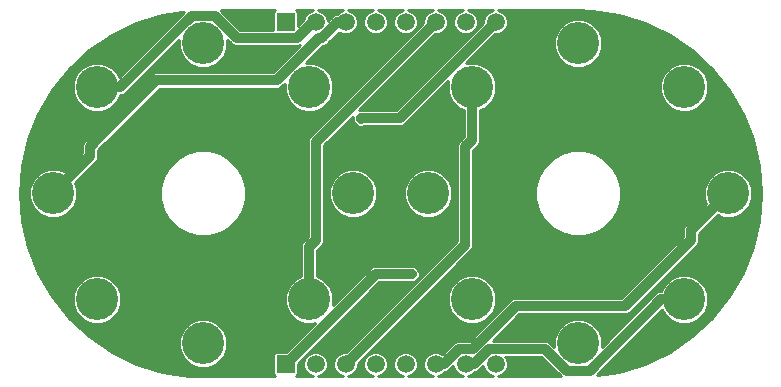
<source format=gbl>
G75*
%MOIN*%
%OFA0B0*%
%FSLAX25Y25*%
%IPPOS*%
%LPD*%
%AMOC8*
5,1,8,0,0,1.08239X$1,22.5*
%
%ADD10R,0.05900X0.05900*%
%ADD11C,0.05900*%
%ADD12C,0.14000*%
%ADD13C,0.03200*%
%ADD14C,0.03200*%
%ADD15C,0.01000*%
D10*
X0091500Y0007000D03*
X0091500Y0121000D03*
D11*
X0101500Y0121000D03*
X0111500Y0121000D03*
X0121500Y0121000D03*
X0131500Y0121000D03*
X0141500Y0121000D03*
X0151500Y0121000D03*
X0161500Y0121000D03*
X0161500Y0007000D03*
X0151500Y0007000D03*
X0141500Y0007000D03*
X0131500Y0007000D03*
X0121500Y0007000D03*
X0111500Y0007000D03*
X0101500Y0007000D03*
D12*
X0064000Y0014000D03*
X0028645Y0028645D03*
X0014000Y0064000D03*
X0028645Y0099355D03*
X0064000Y0114000D03*
X0099355Y0099355D03*
X0153645Y0099355D03*
X0189000Y0114000D03*
X0224355Y0099355D03*
X0239000Y0064000D03*
X0224355Y0028645D03*
X0189000Y0014000D03*
X0153645Y0028645D03*
X0099355Y0028645D03*
X0114000Y0064000D03*
X0139000Y0064000D03*
D13*
X0151395Y0079577D02*
X0151395Y0046895D01*
X0111500Y0007000D01*
X0091500Y0007000D02*
X0121500Y0037000D01*
X0133500Y0037000D01*
X0101605Y0048423D02*
X0101605Y0081105D01*
X0141500Y0121000D01*
X0161500Y0121000D02*
X0129500Y0089000D01*
X0116500Y0089000D01*
X0116687Y0088813D01*
X0102735Y0115850D02*
X0088490Y0101605D01*
X0048423Y0101605D01*
X0026395Y0079577D01*
X0026395Y0076395D01*
X0014000Y0064000D01*
X0028645Y0099355D02*
X0036345Y0099355D01*
X0060189Y0123200D01*
X0067811Y0123200D01*
X0075161Y0115850D01*
X0095361Y0115850D01*
X0100511Y0121000D01*
X0101500Y0121000D01*
X0103633Y0115850D02*
X0108783Y0121000D01*
X0111500Y0121000D01*
X0103633Y0115850D02*
X0102735Y0115850D01*
X0153645Y0099355D02*
X0153645Y0081826D01*
X0151395Y0079577D01*
X0101605Y0048423D02*
X0099355Y0046174D01*
X0099355Y0028645D01*
X0141500Y0007000D02*
X0144217Y0007000D01*
X0149367Y0012150D01*
X0153993Y0012150D01*
X0168238Y0026395D01*
X0204577Y0026395D01*
X0226605Y0048423D01*
X0226605Y0051605D01*
X0239000Y0064000D01*
X0224355Y0028645D02*
X0216655Y0028645D01*
X0192811Y0004800D01*
X0185189Y0004800D01*
X0177839Y0012150D01*
X0159367Y0012150D01*
X0154217Y0007000D01*
X0151500Y0007000D01*
D14*
X0133500Y0037000D03*
X0116687Y0088813D03*
D15*
X0055900Y0014481D02*
X0028648Y0014481D01*
X0027183Y0015479D02*
X0055900Y0015479D01*
X0055900Y0015611D02*
X0055900Y0012389D01*
X0057133Y0009412D01*
X0059412Y0007133D01*
X0062389Y0005900D01*
X0065611Y0005900D01*
X0068588Y0007133D01*
X0070867Y0009412D01*
X0072100Y0012389D01*
X0072100Y0015611D01*
X0070867Y0018588D01*
X0068588Y0020867D01*
X0065611Y0022100D01*
X0062389Y0022100D01*
X0059412Y0020867D01*
X0057133Y0018588D01*
X0055900Y0015611D01*
X0056259Y0016478D02*
X0025785Y0016478D01*
X0025967Y0016308D02*
X0019284Y0022509D01*
X0013599Y0029637D01*
X0009041Y0037533D01*
X0005710Y0046020D01*
X0003681Y0054908D01*
X0003000Y0064000D01*
X0003681Y0073092D01*
X0005710Y0081980D01*
X0009041Y0090467D01*
X0013599Y0098363D01*
X0019284Y0105491D01*
X0025967Y0111692D01*
X0033500Y0116828D01*
X0041714Y0120783D01*
X0050426Y0123471D01*
X0057745Y0124574D01*
X0035981Y0102810D01*
X0035512Y0103944D01*
X0033233Y0106222D01*
X0030256Y0107455D01*
X0027034Y0107455D01*
X0024056Y0106222D01*
X0021778Y0103944D01*
X0020545Y0100967D01*
X0020545Y0097744D01*
X0021778Y0094767D01*
X0024056Y0092488D01*
X0027034Y0091255D01*
X0030256Y0091255D01*
X0033233Y0092488D01*
X0035512Y0094767D01*
X0036294Y0096655D01*
X0036882Y0096655D01*
X0037874Y0097066D01*
X0055900Y0115092D01*
X0055900Y0112389D01*
X0057133Y0109412D01*
X0059412Y0107133D01*
X0062389Y0105900D01*
X0065611Y0105900D01*
X0068588Y0107133D01*
X0070867Y0109412D01*
X0072100Y0112389D01*
X0072100Y0115092D01*
X0072872Y0114321D01*
X0072872Y0114321D01*
X0073631Y0113561D01*
X0074624Y0113150D01*
X0095898Y0113150D01*
X0096442Y0113375D01*
X0087372Y0104305D01*
X0047886Y0104305D01*
X0046894Y0103894D01*
X0046135Y0103134D01*
X0024866Y0081865D01*
X0024106Y0081106D01*
X0023695Y0080114D01*
X0023695Y0077513D01*
X0017499Y0071318D01*
X0015611Y0072100D01*
X0012389Y0072100D01*
X0009412Y0070867D01*
X0007133Y0068588D01*
X0005900Y0065611D01*
X0005900Y0062389D01*
X0007133Y0059412D01*
X0009412Y0057133D01*
X0012389Y0055900D01*
X0015611Y0055900D01*
X0018588Y0057133D01*
X0020867Y0059412D01*
X0022100Y0062389D01*
X0022100Y0065611D01*
X0021318Y0067499D01*
X0028684Y0074866D01*
X0029095Y0075858D01*
X0029095Y0078458D01*
X0049542Y0098905D01*
X0089027Y0098905D01*
X0090020Y0099316D01*
X0090779Y0100076D01*
X0091255Y0100552D01*
X0091255Y0097744D01*
X0092488Y0094767D01*
X0094767Y0092488D01*
X0097744Y0091255D01*
X0100966Y0091255D01*
X0103944Y0092488D01*
X0106222Y0094767D01*
X0107455Y0097744D01*
X0107455Y0100967D01*
X0106222Y0103944D01*
X0103944Y0106222D01*
X0100966Y0107455D01*
X0098159Y0107455D01*
X0103854Y0113150D01*
X0104170Y0113150D01*
X0105163Y0113561D01*
X0105922Y0114321D01*
X0109187Y0117585D01*
X0109206Y0117567D01*
X0110694Y0116950D01*
X0112306Y0116950D01*
X0113794Y0117567D01*
X0114933Y0118706D01*
X0115550Y0120194D01*
X0115550Y0121806D01*
X0114933Y0123294D01*
X0113794Y0124433D01*
X0112426Y0125000D01*
X0120574Y0125000D01*
X0119206Y0124433D01*
X0118067Y0123294D01*
X0117450Y0121806D01*
X0117450Y0120194D01*
X0118067Y0118706D01*
X0119206Y0117567D01*
X0120694Y0116950D01*
X0122306Y0116950D01*
X0123794Y0117567D01*
X0124933Y0118706D01*
X0125550Y0120194D01*
X0125550Y0121806D01*
X0124933Y0123294D01*
X0123794Y0124433D01*
X0122426Y0125000D01*
X0130574Y0125000D01*
X0129206Y0124433D01*
X0128067Y0123294D01*
X0127450Y0121806D01*
X0127450Y0120194D01*
X0128067Y0118706D01*
X0129206Y0117567D01*
X0130694Y0116950D01*
X0132306Y0116950D01*
X0133794Y0117567D01*
X0134933Y0118706D01*
X0135550Y0120194D01*
X0135550Y0121806D01*
X0134933Y0123294D01*
X0133794Y0124433D01*
X0132426Y0125000D01*
X0140574Y0125000D01*
X0139206Y0124433D01*
X0138067Y0123294D01*
X0137450Y0121806D01*
X0137450Y0120768D01*
X0100076Y0083394D01*
X0099316Y0082634D01*
X0098905Y0081642D01*
X0098905Y0049542D01*
X0097826Y0048463D01*
X0097066Y0047703D01*
X0096655Y0046711D01*
X0096655Y0036294D01*
X0094767Y0035512D01*
X0092488Y0033233D01*
X0091255Y0030256D01*
X0091255Y0027034D01*
X0092488Y0024056D01*
X0094767Y0021778D01*
X0097744Y0020545D01*
X0100966Y0020545D01*
X0101410Y0020728D01*
X0091732Y0011050D01*
X0088094Y0011050D01*
X0087450Y0010406D01*
X0087450Y0003594D01*
X0088044Y0003000D01*
X0064000Y0003000D01*
X0059441Y0003171D01*
X0050426Y0004529D01*
X0041714Y0007217D01*
X0033500Y0011172D01*
X0025967Y0016308D01*
X0024708Y0017476D02*
X0056673Y0017476D01*
X0057086Y0018475D02*
X0023632Y0018475D01*
X0022556Y0019473D02*
X0058018Y0019473D01*
X0059017Y0020472D02*
X0021480Y0020472D01*
X0020404Y0021470D02*
X0024799Y0021470D01*
X0024056Y0021778D02*
X0027034Y0020545D01*
X0030256Y0020545D01*
X0033233Y0021778D01*
X0035512Y0024056D01*
X0036745Y0027034D01*
X0036745Y0030256D01*
X0035512Y0033233D01*
X0033233Y0035512D01*
X0030256Y0036745D01*
X0027034Y0036745D01*
X0024056Y0035512D01*
X0021778Y0033233D01*
X0020545Y0030256D01*
X0020545Y0027034D01*
X0021778Y0024056D01*
X0024056Y0021778D01*
X0023366Y0022469D02*
X0019328Y0022469D01*
X0018520Y0023467D02*
X0022367Y0023467D01*
X0021608Y0024466D02*
X0017724Y0024466D01*
X0016927Y0025464D02*
X0021195Y0025464D01*
X0020781Y0026463D02*
X0016131Y0026463D01*
X0015335Y0027461D02*
X0020545Y0027461D01*
X0020545Y0028460D02*
X0014539Y0028460D01*
X0013742Y0029458D02*
X0020545Y0029458D01*
X0020628Y0030457D02*
X0013126Y0030457D01*
X0012550Y0031455D02*
X0021042Y0031455D01*
X0021455Y0032454D02*
X0011973Y0032454D01*
X0011397Y0033452D02*
X0021997Y0033452D01*
X0022996Y0034451D02*
X0010820Y0034451D01*
X0010244Y0035449D02*
X0023994Y0035449D01*
X0026317Y0036448D02*
X0009667Y0036448D01*
X0009091Y0037446D02*
X0096655Y0037446D01*
X0096655Y0036448D02*
X0030972Y0036448D01*
X0033295Y0035449D02*
X0094705Y0035449D01*
X0093706Y0034451D02*
X0034294Y0034451D01*
X0035292Y0033452D02*
X0092708Y0033452D01*
X0092166Y0032454D02*
X0035834Y0032454D01*
X0036248Y0031455D02*
X0091752Y0031455D01*
X0091339Y0030457D02*
X0036661Y0030457D01*
X0036745Y0029458D02*
X0091255Y0029458D01*
X0091255Y0028460D02*
X0036745Y0028460D01*
X0036745Y0027461D02*
X0091255Y0027461D01*
X0091492Y0026463D02*
X0036508Y0026463D01*
X0036095Y0025464D02*
X0091905Y0025464D01*
X0092319Y0024466D02*
X0035681Y0024466D01*
X0034922Y0023467D02*
X0093078Y0023467D01*
X0094076Y0022469D02*
X0033924Y0022469D01*
X0032490Y0021470D02*
X0060868Y0021470D01*
X0067132Y0021470D02*
X0095510Y0021470D01*
X0099156Y0018475D02*
X0070914Y0018475D01*
X0071327Y0017476D02*
X0098158Y0017476D01*
X0097159Y0016478D02*
X0071741Y0016478D01*
X0072100Y0015479D02*
X0096161Y0015479D01*
X0095162Y0014481D02*
X0072100Y0014481D01*
X0072100Y0013482D02*
X0094164Y0013482D01*
X0093165Y0012484D02*
X0072100Y0012484D01*
X0071726Y0011485D02*
X0092167Y0011485D01*
X0087531Y0010487D02*
X0071312Y0010487D01*
X0070898Y0009488D02*
X0087450Y0009488D01*
X0087450Y0008490D02*
X0069945Y0008490D01*
X0068946Y0007491D02*
X0087450Y0007491D01*
X0087450Y0006493D02*
X0067042Y0006493D01*
X0060958Y0006493D02*
X0044062Y0006493D01*
X0041144Y0007491D02*
X0059054Y0007491D01*
X0058055Y0008490D02*
X0039071Y0008490D01*
X0036998Y0009488D02*
X0057102Y0009488D01*
X0056688Y0010487D02*
X0034924Y0010487D01*
X0033041Y0011485D02*
X0056274Y0011485D01*
X0055900Y0012484D02*
X0031577Y0012484D01*
X0030112Y0013482D02*
X0055900Y0013482D01*
X0068983Y0020472D02*
X0101153Y0020472D01*
X0100155Y0019473D02*
X0069982Y0019473D01*
X0095550Y0007232D02*
X0122618Y0034300D01*
X0134037Y0034300D01*
X0135029Y0034711D01*
X0135789Y0035471D01*
X0136200Y0036463D01*
X0136200Y0037537D01*
X0135789Y0038529D01*
X0135029Y0039289D01*
X0134037Y0039700D01*
X0120963Y0039700D01*
X0119971Y0039289D01*
X0119211Y0038529D01*
X0107272Y0026590D01*
X0107455Y0027034D01*
X0107455Y0030256D01*
X0106222Y0033233D01*
X0103944Y0035512D01*
X0102055Y0036294D01*
X0102055Y0045055D01*
X0103134Y0046135D01*
X0103894Y0046894D01*
X0104305Y0047886D01*
X0104305Y0079987D01*
X0113800Y0089482D01*
X0113800Y0088463D01*
X0114211Y0087471D01*
X0114398Y0087284D01*
X0115158Y0086524D01*
X0116150Y0086113D01*
X0117224Y0086113D01*
X0117676Y0086300D01*
X0130037Y0086300D01*
X0131029Y0086711D01*
X0131789Y0087471D01*
X0145728Y0101410D01*
X0145545Y0100967D01*
X0145545Y0097744D01*
X0146778Y0094767D01*
X0149056Y0092488D01*
X0150945Y0091706D01*
X0150945Y0082945D01*
X0149866Y0081865D01*
X0149106Y0081106D01*
X0148695Y0080114D01*
X0148695Y0048013D01*
X0111732Y0011050D01*
X0110694Y0011050D01*
X0109206Y0010433D01*
X0108067Y0009294D01*
X0107450Y0007806D01*
X0107450Y0006194D01*
X0108067Y0004706D01*
X0109206Y0003567D01*
X0110574Y0003000D01*
X0102426Y0003000D01*
X0103794Y0003567D01*
X0104933Y0004706D01*
X0105550Y0006194D01*
X0105550Y0007806D01*
X0104933Y0009294D01*
X0103794Y0010433D01*
X0102306Y0011050D01*
X0100694Y0011050D01*
X0099206Y0010433D01*
X0098067Y0009294D01*
X0097450Y0007806D01*
X0097450Y0006194D01*
X0098067Y0004706D01*
X0099206Y0003567D01*
X0100574Y0003000D01*
X0094956Y0003000D01*
X0095550Y0003594D01*
X0095550Y0007232D01*
X0095809Y0007491D02*
X0097450Y0007491D01*
X0097450Y0006493D02*
X0095550Y0006493D01*
X0095550Y0005494D02*
X0097740Y0005494D01*
X0098277Y0004496D02*
X0095550Y0004496D01*
X0095453Y0003497D02*
X0099374Y0003497D01*
X0103626Y0003497D02*
X0109374Y0003497D01*
X0108277Y0004496D02*
X0104723Y0004496D01*
X0105260Y0005494D02*
X0107740Y0005494D01*
X0107450Y0006493D02*
X0105550Y0006493D01*
X0105550Y0007491D02*
X0107450Y0007491D01*
X0107733Y0008490D02*
X0105267Y0008490D01*
X0104739Y0009488D02*
X0108261Y0009488D01*
X0109334Y0010487D02*
X0103666Y0010487D01*
X0100802Y0012484D02*
X0113165Y0012484D01*
X0114164Y0013482D02*
X0101801Y0013482D01*
X0102799Y0014481D02*
X0115162Y0014481D01*
X0116161Y0015479D02*
X0103798Y0015479D01*
X0104796Y0016478D02*
X0117159Y0016478D01*
X0118158Y0017476D02*
X0105795Y0017476D01*
X0106793Y0018475D02*
X0119156Y0018475D01*
X0120155Y0019473D02*
X0107792Y0019473D01*
X0108790Y0020472D02*
X0121153Y0020472D01*
X0122152Y0021470D02*
X0109789Y0021470D01*
X0110787Y0022469D02*
X0123150Y0022469D01*
X0124149Y0023467D02*
X0111786Y0023467D01*
X0112784Y0024466D02*
X0125147Y0024466D01*
X0126146Y0025464D02*
X0113783Y0025464D01*
X0114781Y0026463D02*
X0127144Y0026463D01*
X0128143Y0027461D02*
X0115780Y0027461D01*
X0116778Y0028460D02*
X0129141Y0028460D01*
X0130140Y0029458D02*
X0117777Y0029458D01*
X0118775Y0030457D02*
X0131138Y0030457D01*
X0132137Y0031455D02*
X0119774Y0031455D01*
X0120772Y0032454D02*
X0133135Y0032454D01*
X0134134Y0033452D02*
X0121771Y0033452D01*
X0117130Y0036448D02*
X0102055Y0036448D01*
X0102055Y0037446D02*
X0118128Y0037446D01*
X0119127Y0038445D02*
X0102055Y0038445D01*
X0102055Y0039443D02*
X0120344Y0039443D01*
X0116131Y0035449D02*
X0104006Y0035449D01*
X0105004Y0034451D02*
X0115133Y0034451D01*
X0114134Y0033452D02*
X0106003Y0033452D01*
X0106545Y0032454D02*
X0113135Y0032454D01*
X0112137Y0031455D02*
X0106958Y0031455D01*
X0107372Y0030457D02*
X0111138Y0030457D01*
X0110140Y0029458D02*
X0107455Y0029458D01*
X0107455Y0028460D02*
X0109141Y0028460D01*
X0108143Y0027461D02*
X0107455Y0027461D01*
X0125795Y0017476D02*
X0155501Y0017476D01*
X0156499Y0018475D02*
X0126793Y0018475D01*
X0127792Y0019473D02*
X0157498Y0019473D01*
X0158496Y0020472D02*
X0128790Y0020472D01*
X0129789Y0021470D02*
X0149799Y0021470D01*
X0149056Y0021778D02*
X0152034Y0020545D01*
X0155256Y0020545D01*
X0158233Y0021778D01*
X0160512Y0024056D01*
X0161745Y0027034D01*
X0161745Y0030256D01*
X0160512Y0033233D01*
X0158233Y0035512D01*
X0155256Y0036745D01*
X0152034Y0036745D01*
X0149056Y0035512D01*
X0146778Y0033233D01*
X0145545Y0030256D01*
X0145545Y0027034D01*
X0146778Y0024056D01*
X0149056Y0021778D01*
X0148366Y0022469D02*
X0130787Y0022469D01*
X0131786Y0023467D02*
X0147367Y0023467D01*
X0146608Y0024466D02*
X0132784Y0024466D01*
X0133783Y0025464D02*
X0146195Y0025464D01*
X0145781Y0026463D02*
X0134781Y0026463D01*
X0135780Y0027461D02*
X0145545Y0027461D01*
X0145545Y0028460D02*
X0136778Y0028460D01*
X0137777Y0029458D02*
X0145545Y0029458D01*
X0145628Y0030457D02*
X0138775Y0030457D01*
X0139774Y0031455D02*
X0146042Y0031455D01*
X0146455Y0032454D02*
X0140772Y0032454D01*
X0141771Y0033452D02*
X0146997Y0033452D01*
X0147996Y0034451D02*
X0142769Y0034451D01*
X0143768Y0035449D02*
X0148994Y0035449D01*
X0151317Y0036448D02*
X0144766Y0036448D01*
X0145765Y0037446D02*
X0211810Y0037446D01*
X0210811Y0036448D02*
X0155972Y0036448D01*
X0158295Y0035449D02*
X0209813Y0035449D01*
X0208814Y0034451D02*
X0159294Y0034451D01*
X0160292Y0033452D02*
X0207816Y0033452D01*
X0206817Y0032454D02*
X0160834Y0032454D01*
X0161248Y0031455D02*
X0205819Y0031455D01*
X0204820Y0030457D02*
X0161661Y0030457D01*
X0161745Y0029458D02*
X0203822Y0029458D01*
X0203458Y0029095D02*
X0167701Y0029095D01*
X0166708Y0028684D01*
X0165949Y0027924D01*
X0152874Y0014850D01*
X0148830Y0014850D01*
X0147837Y0014439D01*
X0147078Y0013679D01*
X0143813Y0010415D01*
X0143794Y0010433D01*
X0142306Y0011050D01*
X0140694Y0011050D01*
X0139206Y0010433D01*
X0138067Y0009294D01*
X0137450Y0007806D01*
X0137450Y0006194D01*
X0138067Y0004706D01*
X0139206Y0003567D01*
X0140574Y0003000D01*
X0132426Y0003000D01*
X0133794Y0003567D01*
X0134933Y0004706D01*
X0135550Y0006194D01*
X0135550Y0007806D01*
X0134933Y0009294D01*
X0133794Y0010433D01*
X0132306Y0011050D01*
X0130694Y0011050D01*
X0129206Y0010433D01*
X0128067Y0009294D01*
X0127450Y0007806D01*
X0127450Y0006194D01*
X0128067Y0004706D01*
X0129206Y0003567D01*
X0130574Y0003000D01*
X0122426Y0003000D01*
X0123794Y0003567D01*
X0124933Y0004706D01*
X0125550Y0006194D01*
X0125550Y0007806D01*
X0124933Y0009294D01*
X0123794Y0010433D01*
X0122306Y0011050D01*
X0120694Y0011050D01*
X0119206Y0010433D01*
X0118067Y0009294D01*
X0117450Y0007806D01*
X0117450Y0006194D01*
X0118067Y0004706D01*
X0119206Y0003567D01*
X0120574Y0003000D01*
X0112426Y0003000D01*
X0113794Y0003567D01*
X0114933Y0004706D01*
X0115550Y0006194D01*
X0115550Y0007232D01*
X0152924Y0044606D01*
X0153684Y0045366D01*
X0154095Y0046358D01*
X0154095Y0078458D01*
X0155174Y0079537D01*
X0155934Y0080297D01*
X0156345Y0081289D01*
X0156345Y0091706D01*
X0158233Y0092488D01*
X0160512Y0094767D01*
X0161745Y0097744D01*
X0161745Y0100967D01*
X0160512Y0103944D01*
X0158233Y0106222D01*
X0155256Y0107455D01*
X0152034Y0107455D01*
X0151590Y0107272D01*
X0161268Y0116950D01*
X0162306Y0116950D01*
X0163794Y0117567D01*
X0164933Y0118706D01*
X0165550Y0120194D01*
X0165550Y0121806D01*
X0164933Y0123294D01*
X0163794Y0124433D01*
X0162426Y0125000D01*
X0189000Y0125000D01*
X0193559Y0124829D01*
X0202574Y0123471D01*
X0211286Y0120783D01*
X0219500Y0116828D01*
X0227033Y0111692D01*
X0233716Y0105491D01*
X0239401Y0098363D01*
X0243959Y0090467D01*
X0247290Y0081980D01*
X0249319Y0073092D01*
X0250000Y0064000D01*
X0249319Y0054908D01*
X0247290Y0046020D01*
X0243959Y0037533D01*
X0239401Y0029637D01*
X0233716Y0022509D01*
X0227033Y0016308D01*
X0219500Y0011172D01*
X0211286Y0007217D01*
X0202574Y0004529D01*
X0195255Y0003426D01*
X0217019Y0025190D01*
X0217488Y0024056D01*
X0219767Y0021778D01*
X0222744Y0020545D01*
X0225966Y0020545D01*
X0228944Y0021778D01*
X0231222Y0024056D01*
X0232455Y0027034D01*
X0232455Y0030256D01*
X0231222Y0033233D01*
X0228944Y0035512D01*
X0225966Y0036745D01*
X0222744Y0036745D01*
X0219767Y0035512D01*
X0217488Y0033233D01*
X0216706Y0031345D01*
X0216118Y0031345D01*
X0215126Y0030934D01*
X0197100Y0012908D01*
X0197100Y0015611D01*
X0195867Y0018588D01*
X0193588Y0020867D01*
X0190611Y0022100D01*
X0187389Y0022100D01*
X0184412Y0020867D01*
X0182133Y0018588D01*
X0180900Y0015611D01*
X0180900Y0012908D01*
X0179369Y0014439D01*
X0178376Y0014850D01*
X0160511Y0014850D01*
X0169356Y0023695D01*
X0205114Y0023695D01*
X0206106Y0024106D01*
X0206865Y0024866D01*
X0228134Y0046135D01*
X0228134Y0046135D01*
X0228894Y0046894D01*
X0229305Y0047886D01*
X0229305Y0050487D01*
X0235501Y0056682D01*
X0237389Y0055900D01*
X0240611Y0055900D01*
X0243588Y0057133D01*
X0245867Y0059412D01*
X0247100Y0062389D01*
X0247100Y0065611D01*
X0245867Y0068588D01*
X0243588Y0070867D01*
X0240611Y0072100D01*
X0237389Y0072100D01*
X0234412Y0070867D01*
X0232133Y0068588D01*
X0230900Y0065611D01*
X0230900Y0062389D01*
X0231682Y0060501D01*
X0224316Y0053134D01*
X0223905Y0052142D01*
X0223905Y0049542D01*
X0203458Y0029095D01*
X0208463Y0026463D02*
X0210655Y0026463D01*
X0211654Y0027461D02*
X0209461Y0027461D01*
X0210460Y0028460D02*
X0212652Y0028460D01*
X0213651Y0029458D02*
X0211458Y0029458D01*
X0212457Y0030457D02*
X0214649Y0030457D01*
X0213455Y0031455D02*
X0216752Y0031455D01*
X0217166Y0032454D02*
X0214454Y0032454D01*
X0215452Y0033452D02*
X0217708Y0033452D01*
X0218706Y0034451D02*
X0216451Y0034451D01*
X0217449Y0035449D02*
X0219705Y0035449D01*
X0218448Y0036448D02*
X0222028Y0036448D01*
X0219446Y0037446D02*
X0243909Y0037446D01*
X0244317Y0038445D02*
X0220445Y0038445D01*
X0221443Y0039443D02*
X0244709Y0039443D01*
X0245101Y0040442D02*
X0222442Y0040442D01*
X0223440Y0041440D02*
X0245493Y0041440D01*
X0245885Y0042439D02*
X0224439Y0042439D01*
X0225437Y0043437D02*
X0246276Y0043437D01*
X0246668Y0044436D02*
X0226436Y0044436D01*
X0227434Y0045434D02*
X0247060Y0045434D01*
X0247384Y0046433D02*
X0228433Y0046433D01*
X0229117Y0047432D02*
X0247612Y0047432D01*
X0247840Y0048430D02*
X0229305Y0048430D01*
X0229305Y0049429D02*
X0248068Y0049429D01*
X0248296Y0050427D02*
X0229305Y0050427D01*
X0230244Y0051426D02*
X0248524Y0051426D01*
X0248752Y0052424D02*
X0231242Y0052424D01*
X0232241Y0053423D02*
X0248980Y0053423D01*
X0249207Y0054421D02*
X0233239Y0054421D01*
X0234238Y0055420D02*
X0249357Y0055420D01*
X0249319Y0054908D02*
X0249319Y0054908D01*
X0249432Y0056418D02*
X0241862Y0056418D01*
X0243872Y0057417D02*
X0249507Y0057417D01*
X0249581Y0058415D02*
X0244870Y0058415D01*
X0245868Y0059414D02*
X0249656Y0059414D01*
X0249731Y0060412D02*
X0246281Y0060412D01*
X0246695Y0061411D02*
X0249806Y0061411D01*
X0249881Y0062409D02*
X0247100Y0062409D01*
X0247100Y0063408D02*
X0249956Y0063408D01*
X0249970Y0064406D02*
X0247100Y0064406D01*
X0247100Y0065405D02*
X0249895Y0065405D01*
X0249820Y0066403D02*
X0246772Y0066403D01*
X0246358Y0067402D02*
X0249745Y0067402D01*
X0249670Y0068400D02*
X0245945Y0068400D01*
X0245056Y0069399D02*
X0249595Y0069399D01*
X0249521Y0070397D02*
X0244058Y0070397D01*
X0242311Y0071396D02*
X0249446Y0071396D01*
X0249371Y0072394D02*
X0200666Y0072394D01*
X0200443Y0072780D02*
X0197780Y0075443D01*
X0194520Y0077325D01*
X0190883Y0078300D01*
X0187117Y0078300D01*
X0183480Y0077325D01*
X0180220Y0075443D01*
X0177557Y0072780D01*
X0175675Y0069520D01*
X0174700Y0065883D01*
X0174700Y0062117D01*
X0175675Y0058480D01*
X0177557Y0055220D01*
X0180220Y0052557D01*
X0183480Y0050675D01*
X0187117Y0049700D01*
X0190883Y0049700D01*
X0194520Y0050675D01*
X0197780Y0052557D01*
X0200443Y0055220D01*
X0202325Y0058480D01*
X0203300Y0062117D01*
X0203300Y0065883D01*
X0202325Y0069520D01*
X0200443Y0072780D01*
X0199830Y0073393D02*
X0249250Y0073393D01*
X0249022Y0074391D02*
X0198832Y0074391D01*
X0197833Y0075390D02*
X0248794Y0075390D01*
X0248566Y0076388D02*
X0196143Y0076388D01*
X0194290Y0077387D02*
X0248338Y0077387D01*
X0248110Y0078385D02*
X0154095Y0078385D01*
X0154095Y0077387D02*
X0183710Y0077387D01*
X0181857Y0076388D02*
X0154095Y0076388D01*
X0154095Y0075390D02*
X0180167Y0075390D01*
X0179168Y0074391D02*
X0154095Y0074391D01*
X0154095Y0073393D02*
X0178170Y0073393D01*
X0177334Y0072394D02*
X0154095Y0072394D01*
X0154095Y0071396D02*
X0176758Y0071396D01*
X0176181Y0070397D02*
X0154095Y0070397D01*
X0154095Y0069399D02*
X0175642Y0069399D01*
X0175375Y0068400D02*
X0154095Y0068400D01*
X0154095Y0067402D02*
X0175107Y0067402D01*
X0174840Y0066403D02*
X0154095Y0066403D01*
X0154095Y0065405D02*
X0174700Y0065405D01*
X0174700Y0064406D02*
X0154095Y0064406D01*
X0154095Y0063408D02*
X0174700Y0063408D01*
X0174700Y0062409D02*
X0154095Y0062409D01*
X0154095Y0061411D02*
X0174889Y0061411D01*
X0175157Y0060412D02*
X0154095Y0060412D01*
X0154095Y0059414D02*
X0175424Y0059414D01*
X0175712Y0058415D02*
X0154095Y0058415D01*
X0154095Y0057417D02*
X0176289Y0057417D01*
X0176865Y0056418D02*
X0154095Y0056418D01*
X0154095Y0055420D02*
X0177442Y0055420D01*
X0178356Y0054421D02*
X0154095Y0054421D01*
X0154095Y0053423D02*
X0179354Y0053423D01*
X0180450Y0052424D02*
X0154095Y0052424D01*
X0154095Y0051426D02*
X0182180Y0051426D01*
X0184404Y0050427D02*
X0154095Y0050427D01*
X0154095Y0049429D02*
X0223792Y0049429D01*
X0223905Y0050427D02*
X0193596Y0050427D01*
X0195820Y0051426D02*
X0223905Y0051426D01*
X0224022Y0052424D02*
X0197550Y0052424D01*
X0198646Y0053423D02*
X0224604Y0053423D01*
X0225603Y0054421D02*
X0199644Y0054421D01*
X0200558Y0055420D02*
X0226601Y0055420D01*
X0227600Y0056418D02*
X0201135Y0056418D01*
X0201711Y0057417D02*
X0228598Y0057417D01*
X0229597Y0058415D02*
X0202288Y0058415D01*
X0202576Y0059414D02*
X0230595Y0059414D01*
X0231594Y0060412D02*
X0202843Y0060412D01*
X0203111Y0061411D02*
X0231305Y0061411D01*
X0230900Y0062409D02*
X0203300Y0062409D01*
X0203300Y0063408D02*
X0230900Y0063408D01*
X0230900Y0064406D02*
X0203300Y0064406D01*
X0203300Y0065405D02*
X0230900Y0065405D01*
X0231228Y0066403D02*
X0203160Y0066403D01*
X0202893Y0067402D02*
X0231642Y0067402D01*
X0232055Y0068400D02*
X0202625Y0068400D01*
X0202358Y0069399D02*
X0232944Y0069399D01*
X0233942Y0070397D02*
X0201819Y0070397D01*
X0201242Y0071396D02*
X0235689Y0071396D01*
X0247882Y0079384D02*
X0155021Y0079384D01*
X0155969Y0080382D02*
X0247655Y0080382D01*
X0247427Y0081381D02*
X0156345Y0081381D01*
X0156345Y0082379D02*
X0247133Y0082379D01*
X0246741Y0083378D02*
X0156345Y0083378D01*
X0156345Y0084376D02*
X0246349Y0084376D01*
X0245958Y0085375D02*
X0156345Y0085375D01*
X0156345Y0086373D02*
X0245566Y0086373D01*
X0245174Y0087372D02*
X0156345Y0087372D01*
X0156345Y0088370D02*
X0244782Y0088370D01*
X0244390Y0089369D02*
X0156345Y0089369D01*
X0156345Y0090368D02*
X0243998Y0090368D01*
X0243440Y0091366D02*
X0226234Y0091366D01*
X0225966Y0091255D02*
X0228944Y0092488D01*
X0231222Y0094767D01*
X0232455Y0097744D01*
X0232455Y0100967D01*
X0231222Y0103944D01*
X0228944Y0106222D01*
X0225966Y0107455D01*
X0222744Y0107455D01*
X0219767Y0106222D01*
X0217488Y0103944D01*
X0216255Y0100967D01*
X0216255Y0097744D01*
X0217488Y0094767D01*
X0219767Y0092488D01*
X0222744Y0091255D01*
X0225966Y0091255D01*
X0228644Y0092365D02*
X0242863Y0092365D01*
X0242287Y0093363D02*
X0229818Y0093363D01*
X0230817Y0094362D02*
X0241711Y0094362D01*
X0241134Y0095360D02*
X0231468Y0095360D01*
X0231881Y0096359D02*
X0240558Y0096359D01*
X0239981Y0097357D02*
X0232295Y0097357D01*
X0232455Y0098356D02*
X0239405Y0098356D01*
X0238610Y0099354D02*
X0232455Y0099354D01*
X0232455Y0100353D02*
X0237814Y0100353D01*
X0237017Y0101351D02*
X0232296Y0101351D01*
X0231882Y0102350D02*
X0236221Y0102350D01*
X0235425Y0103348D02*
X0231469Y0103348D01*
X0230819Y0104347D02*
X0234628Y0104347D01*
X0233832Y0105345D02*
X0229821Y0105345D01*
X0228650Y0106344D02*
X0232797Y0106344D01*
X0231721Y0107342D02*
X0226240Y0107342D01*
X0222471Y0107342D02*
X0193797Y0107342D01*
X0193588Y0107133D02*
X0195867Y0109412D01*
X0197100Y0112389D01*
X0197100Y0115611D01*
X0195867Y0118588D01*
X0193588Y0120867D01*
X0190611Y0122100D01*
X0187389Y0122100D01*
X0184412Y0120867D01*
X0182133Y0118588D01*
X0180900Y0115611D01*
X0180900Y0112389D01*
X0182133Y0109412D01*
X0184412Y0107133D01*
X0187389Y0105900D01*
X0190611Y0105900D01*
X0193588Y0107133D01*
X0194796Y0108341D02*
X0230644Y0108341D01*
X0229568Y0109339D02*
X0195794Y0109339D01*
X0196250Y0110338D02*
X0228492Y0110338D01*
X0227416Y0111336D02*
X0196664Y0111336D01*
X0197078Y0112335D02*
X0226090Y0112335D01*
X0224625Y0113333D02*
X0197100Y0113333D01*
X0197100Y0114332D02*
X0223161Y0114332D01*
X0221696Y0115330D02*
X0197100Y0115330D01*
X0196803Y0116329D02*
X0220232Y0116329D01*
X0218462Y0117327D02*
X0196389Y0117327D01*
X0195976Y0118326D02*
X0216389Y0118326D01*
X0214315Y0119324D02*
X0195131Y0119324D01*
X0194132Y0120323D02*
X0212242Y0120323D01*
X0209541Y0121321D02*
X0192491Y0121321D01*
X0196959Y0124317D02*
X0163911Y0124317D01*
X0164909Y0123318D02*
X0203067Y0123318D01*
X0206304Y0122320D02*
X0165337Y0122320D01*
X0165550Y0121321D02*
X0185509Y0121321D01*
X0183868Y0120323D02*
X0165550Y0120323D01*
X0165190Y0119324D02*
X0182869Y0119324D01*
X0182024Y0118326D02*
X0164553Y0118326D01*
X0163216Y0117327D02*
X0181611Y0117327D01*
X0181197Y0116329D02*
X0160647Y0116329D01*
X0159649Y0115330D02*
X0180900Y0115330D01*
X0180900Y0114332D02*
X0158650Y0114332D01*
X0157652Y0113333D02*
X0180900Y0113333D01*
X0180922Y0112335D02*
X0156653Y0112335D01*
X0155655Y0111336D02*
X0181336Y0111336D01*
X0181750Y0110338D02*
X0154656Y0110338D01*
X0153658Y0109339D02*
X0182206Y0109339D01*
X0183204Y0108341D02*
X0152659Y0108341D01*
X0151760Y0107342D02*
X0151661Y0107342D01*
X0155529Y0107342D02*
X0184203Y0107342D01*
X0186318Y0106344D02*
X0157940Y0106344D01*
X0159110Y0105345D02*
X0218890Y0105345D01*
X0217891Y0104347D02*
X0160108Y0104347D01*
X0160758Y0103348D02*
X0217242Y0103348D01*
X0216828Y0102350D02*
X0161172Y0102350D01*
X0161585Y0101351D02*
X0216415Y0101351D01*
X0216255Y0100353D02*
X0161745Y0100353D01*
X0161745Y0099354D02*
X0216255Y0099354D01*
X0216255Y0098356D02*
X0161745Y0098356D01*
X0161584Y0097357D02*
X0216416Y0097357D01*
X0216829Y0096359D02*
X0161171Y0096359D01*
X0160757Y0095360D02*
X0217243Y0095360D01*
X0217894Y0094362D02*
X0160106Y0094362D01*
X0159108Y0093363D02*
X0218892Y0093363D01*
X0220066Y0092365D02*
X0157934Y0092365D01*
X0156345Y0091366D02*
X0222477Y0091366D01*
X0220060Y0106344D02*
X0191682Y0106344D01*
X0157450Y0120768D02*
X0128382Y0091700D01*
X0116018Y0091700D01*
X0141268Y0116950D01*
X0142306Y0116950D01*
X0143794Y0117567D01*
X0144933Y0118706D01*
X0145550Y0120194D01*
X0145550Y0121806D01*
X0144933Y0123294D01*
X0143794Y0124433D01*
X0142426Y0125000D01*
X0150574Y0125000D01*
X0149206Y0124433D01*
X0148067Y0123294D01*
X0147450Y0121806D01*
X0147450Y0120194D01*
X0148067Y0118706D01*
X0149206Y0117567D01*
X0150694Y0116950D01*
X0152306Y0116950D01*
X0153794Y0117567D01*
X0154933Y0118706D01*
X0155550Y0120194D01*
X0155550Y0121806D01*
X0154933Y0123294D01*
X0153794Y0124433D01*
X0152426Y0125000D01*
X0160574Y0125000D01*
X0159206Y0124433D01*
X0158067Y0123294D01*
X0157450Y0121806D01*
X0157450Y0120768D01*
X0157450Y0121321D02*
X0155550Y0121321D01*
X0155550Y0120323D02*
X0157004Y0120323D01*
X0156006Y0119324D02*
X0155190Y0119324D01*
X0155007Y0118326D02*
X0154553Y0118326D01*
X0154009Y0117327D02*
X0153216Y0117327D01*
X0153010Y0116329D02*
X0140647Y0116329D01*
X0139649Y0115330D02*
X0152012Y0115330D01*
X0151013Y0114332D02*
X0138650Y0114332D01*
X0137652Y0113333D02*
X0150015Y0113333D01*
X0149016Y0112335D02*
X0136653Y0112335D01*
X0135655Y0111336D02*
X0148018Y0111336D01*
X0147019Y0110338D02*
X0134656Y0110338D01*
X0133658Y0109339D02*
X0146021Y0109339D01*
X0145022Y0108341D02*
X0132659Y0108341D01*
X0131661Y0107342D02*
X0144024Y0107342D01*
X0143025Y0106344D02*
X0130662Y0106344D01*
X0129664Y0105345D02*
X0142027Y0105345D01*
X0141028Y0104347D02*
X0128665Y0104347D01*
X0127667Y0103348D02*
X0140030Y0103348D01*
X0139031Y0102350D02*
X0126668Y0102350D01*
X0125669Y0101351D02*
X0138033Y0101351D01*
X0137034Y0100353D02*
X0124671Y0100353D01*
X0123672Y0099354D02*
X0136036Y0099354D01*
X0135037Y0098356D02*
X0122674Y0098356D01*
X0121675Y0097357D02*
X0134039Y0097357D01*
X0133040Y0096359D02*
X0120677Y0096359D01*
X0119678Y0095360D02*
X0132042Y0095360D01*
X0131043Y0094362D02*
X0118680Y0094362D01*
X0117681Y0093363D02*
X0130045Y0093363D01*
X0129046Y0092365D02*
X0116683Y0092365D01*
X0112042Y0095360D02*
X0106468Y0095360D01*
X0106881Y0096359D02*
X0113040Y0096359D01*
X0114039Y0097357D02*
X0107295Y0097357D01*
X0107455Y0098356D02*
X0115037Y0098356D01*
X0116036Y0099354D02*
X0107455Y0099354D01*
X0107455Y0100353D02*
X0117034Y0100353D01*
X0118033Y0101351D02*
X0107296Y0101351D01*
X0106882Y0102350D02*
X0119031Y0102350D01*
X0120030Y0103348D02*
X0106469Y0103348D01*
X0105819Y0104347D02*
X0121028Y0104347D01*
X0122027Y0105345D02*
X0104821Y0105345D01*
X0103650Y0106344D02*
X0123025Y0106344D01*
X0124024Y0107342D02*
X0101240Y0107342D01*
X0099044Y0108341D02*
X0125022Y0108341D01*
X0126021Y0109339D02*
X0100043Y0109339D01*
X0101041Y0110338D02*
X0127019Y0110338D01*
X0128018Y0111336D02*
X0102040Y0111336D01*
X0103038Y0112335D02*
X0129016Y0112335D01*
X0130015Y0113333D02*
X0104613Y0113333D01*
X0105933Y0114332D02*
X0131013Y0114332D01*
X0132012Y0115330D02*
X0106932Y0115330D01*
X0107930Y0116329D02*
X0133010Y0116329D01*
X0133216Y0117327D02*
X0134009Y0117327D01*
X0134553Y0118326D02*
X0135007Y0118326D01*
X0135190Y0119324D02*
X0136006Y0119324D01*
X0135550Y0120323D02*
X0137004Y0120323D01*
X0137450Y0121321D02*
X0135550Y0121321D01*
X0135337Y0122320D02*
X0137663Y0122320D01*
X0138091Y0123318D02*
X0134909Y0123318D01*
X0133911Y0124317D02*
X0139089Y0124317D01*
X0143911Y0124317D02*
X0149089Y0124317D01*
X0148091Y0123318D02*
X0144909Y0123318D01*
X0145337Y0122320D02*
X0147663Y0122320D01*
X0147450Y0121321D02*
X0145550Y0121321D01*
X0145550Y0120323D02*
X0147450Y0120323D01*
X0147810Y0119324D02*
X0145190Y0119324D01*
X0144553Y0118326D02*
X0148447Y0118326D01*
X0149783Y0117327D02*
X0143216Y0117327D01*
X0155337Y0122320D02*
X0157663Y0122320D01*
X0158091Y0123318D02*
X0154909Y0123318D01*
X0153911Y0124317D02*
X0159089Y0124317D01*
X0129089Y0124317D02*
X0123911Y0124317D01*
X0124909Y0123318D02*
X0128091Y0123318D01*
X0127663Y0122320D02*
X0125337Y0122320D01*
X0125550Y0121321D02*
X0127450Y0121321D01*
X0127450Y0120323D02*
X0125550Y0120323D01*
X0125190Y0119324D02*
X0127810Y0119324D01*
X0128447Y0118326D02*
X0124553Y0118326D01*
X0123216Y0117327D02*
X0129783Y0117327D01*
X0119783Y0117327D02*
X0113216Y0117327D01*
X0114553Y0118326D02*
X0118447Y0118326D01*
X0117810Y0119324D02*
X0115190Y0119324D01*
X0115550Y0120323D02*
X0117450Y0120323D01*
X0117450Y0121321D02*
X0115550Y0121321D01*
X0115337Y0122320D02*
X0117663Y0122320D01*
X0118091Y0123318D02*
X0114909Y0123318D01*
X0113911Y0124317D02*
X0119089Y0124317D01*
X0110574Y0125000D02*
X0109206Y0124433D01*
X0108472Y0123700D01*
X0108246Y0123700D01*
X0107254Y0123289D01*
X0105550Y0121585D01*
X0105550Y0121806D01*
X0104933Y0123294D01*
X0103794Y0124433D01*
X0102426Y0125000D01*
X0110574Y0125000D01*
X0109089Y0124317D02*
X0103911Y0124317D01*
X0104909Y0123318D02*
X0107325Y0123318D01*
X0106285Y0122320D02*
X0105337Y0122320D01*
X0100574Y0125000D02*
X0099206Y0124433D01*
X0098067Y0123294D01*
X0097450Y0121806D01*
X0097450Y0121757D01*
X0095550Y0119857D01*
X0095550Y0124406D01*
X0094956Y0125000D01*
X0100574Y0125000D01*
X0099089Y0124317D02*
X0095550Y0124317D01*
X0095550Y0123318D02*
X0098091Y0123318D01*
X0097663Y0122320D02*
X0095550Y0122320D01*
X0095550Y0121321D02*
X0097014Y0121321D01*
X0096016Y0120323D02*
X0095550Y0120323D01*
X0087450Y0120323D02*
X0074506Y0120323D01*
X0073508Y0121321D02*
X0087450Y0121321D01*
X0087450Y0122320D02*
X0072509Y0122320D01*
X0071511Y0123318D02*
X0087450Y0123318D01*
X0087450Y0124317D02*
X0070512Y0124317D01*
X0070100Y0124729D02*
X0070100Y0124729D01*
X0076279Y0118550D01*
X0087450Y0118550D01*
X0087450Y0124406D01*
X0088044Y0125000D01*
X0069829Y0125000D01*
X0070100Y0124729D01*
X0075505Y0119324D02*
X0087450Y0119324D01*
X0096341Y0113333D02*
X0096400Y0113333D01*
X0095402Y0112335D02*
X0072078Y0112335D01*
X0072100Y0113333D02*
X0074181Y0113333D01*
X0072861Y0114332D02*
X0072100Y0114332D01*
X0071664Y0111336D02*
X0094403Y0111336D01*
X0093405Y0110338D02*
X0071250Y0110338D01*
X0070794Y0109339D02*
X0092406Y0109339D01*
X0091408Y0108341D02*
X0069796Y0108341D01*
X0068797Y0107342D02*
X0090409Y0107342D01*
X0089411Y0106344D02*
X0066682Y0106344D01*
X0061318Y0106344D02*
X0047151Y0106344D01*
X0048150Y0107342D02*
X0059203Y0107342D01*
X0058204Y0108341D02*
X0049148Y0108341D01*
X0050147Y0109339D02*
X0057206Y0109339D01*
X0056750Y0110338D02*
X0051145Y0110338D01*
X0052144Y0111336D02*
X0056336Y0111336D01*
X0055922Y0112335D02*
X0053142Y0112335D01*
X0054141Y0113333D02*
X0055900Y0113333D01*
X0055900Y0114332D02*
X0055139Y0114332D01*
X0050498Y0117327D02*
X0034538Y0117327D01*
X0032768Y0116329D02*
X0049500Y0116329D01*
X0048501Y0115330D02*
X0031304Y0115330D01*
X0029839Y0114332D02*
X0047503Y0114332D01*
X0046504Y0113333D02*
X0028375Y0113333D01*
X0026910Y0112335D02*
X0045506Y0112335D01*
X0044507Y0111336D02*
X0025584Y0111336D01*
X0024508Y0110338D02*
X0043509Y0110338D01*
X0042510Y0109339D02*
X0023432Y0109339D01*
X0022356Y0108341D02*
X0041512Y0108341D01*
X0040513Y0107342D02*
X0030529Y0107342D01*
X0032940Y0106344D02*
X0039515Y0106344D01*
X0038516Y0105345D02*
X0034110Y0105345D01*
X0035108Y0104347D02*
X0037518Y0104347D01*
X0036519Y0103348D02*
X0035758Y0103348D01*
X0041160Y0100353D02*
X0043353Y0100353D01*
X0044351Y0101351D02*
X0042159Y0101351D01*
X0043157Y0102350D02*
X0045350Y0102350D01*
X0046135Y0103134D02*
X0046135Y0103134D01*
X0046348Y0103348D02*
X0044156Y0103348D01*
X0045154Y0104347D02*
X0087414Y0104347D01*
X0088412Y0105345D02*
X0046153Y0105345D01*
X0042354Y0099354D02*
X0040162Y0099354D01*
X0039163Y0098356D02*
X0041356Y0098356D01*
X0040357Y0097357D02*
X0038165Y0097357D01*
X0039359Y0096359D02*
X0036171Y0096359D01*
X0035757Y0095360D02*
X0038360Y0095360D01*
X0037362Y0094362D02*
X0035106Y0094362D01*
X0034108Y0093363D02*
X0036363Y0093363D01*
X0035365Y0092365D02*
X0032934Y0092365D01*
X0034366Y0091366D02*
X0030523Y0091366D01*
X0033368Y0090368D02*
X0009002Y0090368D01*
X0008610Y0089369D02*
X0032369Y0089369D01*
X0031371Y0088370D02*
X0008218Y0088370D01*
X0007826Y0087372D02*
X0030372Y0087372D01*
X0029374Y0086373D02*
X0007434Y0086373D01*
X0007042Y0085375D02*
X0028375Y0085375D01*
X0027377Y0084376D02*
X0006651Y0084376D01*
X0006259Y0083378D02*
X0026378Y0083378D01*
X0025380Y0082379D02*
X0005867Y0082379D01*
X0005573Y0081381D02*
X0024381Y0081381D01*
X0023806Y0080382D02*
X0005345Y0080382D01*
X0005117Y0079384D02*
X0023695Y0079384D01*
X0023695Y0078385D02*
X0004890Y0078385D01*
X0004662Y0077387D02*
X0023569Y0077387D01*
X0022570Y0076388D02*
X0004434Y0076388D01*
X0004206Y0075390D02*
X0021571Y0075390D01*
X0020573Y0074391D02*
X0003978Y0074391D01*
X0003750Y0073393D02*
X0019574Y0073393D01*
X0018576Y0072394D02*
X0003629Y0072394D01*
X0003554Y0071396D02*
X0010689Y0071396D01*
X0008942Y0070397D02*
X0003479Y0070397D01*
X0003405Y0069399D02*
X0007944Y0069399D01*
X0007055Y0068400D02*
X0003330Y0068400D01*
X0003255Y0067402D02*
X0006642Y0067402D01*
X0006228Y0066403D02*
X0003180Y0066403D01*
X0003105Y0065405D02*
X0005900Y0065405D01*
X0005900Y0064406D02*
X0003030Y0064406D01*
X0003044Y0063408D02*
X0005900Y0063408D01*
X0005900Y0062409D02*
X0003119Y0062409D01*
X0003194Y0061411D02*
X0006305Y0061411D01*
X0006719Y0060412D02*
X0003269Y0060412D01*
X0003344Y0059414D02*
X0007132Y0059414D01*
X0008130Y0058415D02*
X0003419Y0058415D01*
X0003493Y0057417D02*
X0009128Y0057417D01*
X0011138Y0056418D02*
X0003568Y0056418D01*
X0003643Y0055420D02*
X0052442Y0055420D01*
X0052557Y0055220D02*
X0055220Y0052557D01*
X0058480Y0050675D01*
X0062117Y0049700D01*
X0065883Y0049700D01*
X0069520Y0050675D01*
X0072780Y0052557D01*
X0075443Y0055220D01*
X0077325Y0058480D01*
X0078300Y0062117D01*
X0078300Y0065883D01*
X0077325Y0069520D01*
X0075443Y0072780D01*
X0072780Y0075443D01*
X0069520Y0077325D01*
X0065883Y0078300D01*
X0062117Y0078300D01*
X0058480Y0077325D01*
X0055220Y0075443D01*
X0052557Y0072780D01*
X0050675Y0069520D01*
X0049700Y0065883D01*
X0049700Y0062117D01*
X0050675Y0058480D01*
X0052557Y0055220D01*
X0053356Y0054421D02*
X0003793Y0054421D01*
X0004020Y0053423D02*
X0054354Y0053423D01*
X0055450Y0052424D02*
X0004248Y0052424D01*
X0004476Y0051426D02*
X0057180Y0051426D01*
X0059404Y0050427D02*
X0004704Y0050427D01*
X0004932Y0049429D02*
X0098792Y0049429D01*
X0098905Y0050427D02*
X0068596Y0050427D01*
X0070820Y0051426D02*
X0098905Y0051426D01*
X0098905Y0052424D02*
X0072550Y0052424D01*
X0073646Y0053423D02*
X0098905Y0053423D01*
X0098905Y0054421D02*
X0074644Y0054421D01*
X0075558Y0055420D02*
X0098905Y0055420D01*
X0098905Y0056418D02*
X0076135Y0056418D01*
X0076711Y0057417D02*
X0098905Y0057417D01*
X0098905Y0058415D02*
X0077288Y0058415D01*
X0077576Y0059414D02*
X0098905Y0059414D01*
X0098905Y0060412D02*
X0077843Y0060412D01*
X0078111Y0061411D02*
X0098905Y0061411D01*
X0098905Y0062409D02*
X0078300Y0062409D01*
X0078300Y0063408D02*
X0098905Y0063408D01*
X0098905Y0064406D02*
X0078300Y0064406D01*
X0078300Y0065405D02*
X0098905Y0065405D01*
X0098905Y0066403D02*
X0078160Y0066403D01*
X0077893Y0067402D02*
X0098905Y0067402D01*
X0098905Y0068400D02*
X0077625Y0068400D01*
X0077358Y0069399D02*
X0098905Y0069399D01*
X0098905Y0070397D02*
X0076819Y0070397D01*
X0076242Y0071396D02*
X0098905Y0071396D01*
X0098905Y0072394D02*
X0075666Y0072394D01*
X0074830Y0073393D02*
X0098905Y0073393D01*
X0098905Y0074391D02*
X0073832Y0074391D01*
X0072833Y0075390D02*
X0098905Y0075390D01*
X0098905Y0076388D02*
X0071143Y0076388D01*
X0069290Y0077387D02*
X0098905Y0077387D01*
X0098905Y0078385D02*
X0029095Y0078385D01*
X0029095Y0077387D02*
X0058710Y0077387D01*
X0056857Y0076388D02*
X0029095Y0076388D01*
X0028901Y0075390D02*
X0055167Y0075390D01*
X0054168Y0074391D02*
X0028210Y0074391D01*
X0027211Y0073393D02*
X0053170Y0073393D01*
X0052334Y0072394D02*
X0026213Y0072394D01*
X0025214Y0071396D02*
X0051758Y0071396D01*
X0051181Y0070397D02*
X0024216Y0070397D01*
X0023217Y0069399D02*
X0050642Y0069399D01*
X0050375Y0068400D02*
X0022219Y0068400D01*
X0021358Y0067402D02*
X0050107Y0067402D01*
X0049840Y0066403D02*
X0021772Y0066403D01*
X0022100Y0065405D02*
X0049700Y0065405D01*
X0049700Y0064406D02*
X0022100Y0064406D01*
X0022100Y0063408D02*
X0049700Y0063408D01*
X0049700Y0062409D02*
X0022100Y0062409D01*
X0021695Y0061411D02*
X0049889Y0061411D01*
X0050157Y0060412D02*
X0021281Y0060412D01*
X0020868Y0059414D02*
X0050424Y0059414D01*
X0050712Y0058415D02*
X0019870Y0058415D01*
X0018872Y0057417D02*
X0051289Y0057417D01*
X0051865Y0056418D02*
X0016862Y0056418D01*
X0005160Y0048430D02*
X0097793Y0048430D01*
X0096954Y0047432D02*
X0005388Y0047432D01*
X0005616Y0046433D02*
X0096655Y0046433D01*
X0096655Y0045434D02*
X0005940Y0045434D01*
X0006332Y0044436D02*
X0096655Y0044436D01*
X0096655Y0043437D02*
X0006724Y0043437D01*
X0007115Y0042439D02*
X0096655Y0042439D01*
X0096655Y0041440D02*
X0007507Y0041440D01*
X0007899Y0040442D02*
X0096655Y0040442D01*
X0096655Y0039443D02*
X0008291Y0039443D01*
X0008683Y0038445D02*
X0096655Y0038445D01*
X0102055Y0040442D02*
X0141124Y0040442D01*
X0142122Y0041440D02*
X0102055Y0041440D01*
X0102055Y0042439D02*
X0143121Y0042439D01*
X0144119Y0043437D02*
X0102055Y0043437D01*
X0102055Y0044436D02*
X0145118Y0044436D01*
X0146116Y0045434D02*
X0102434Y0045434D01*
X0103433Y0046433D02*
X0147115Y0046433D01*
X0148113Y0047432D02*
X0104117Y0047432D01*
X0104305Y0048430D02*
X0148695Y0048430D01*
X0148695Y0049429D02*
X0104305Y0049429D01*
X0104305Y0050427D02*
X0148695Y0050427D01*
X0148695Y0051426D02*
X0104305Y0051426D01*
X0104305Y0052424D02*
X0148695Y0052424D01*
X0148695Y0053423D02*
X0104305Y0053423D01*
X0104305Y0054421D02*
X0148695Y0054421D01*
X0148695Y0055420D02*
X0104305Y0055420D01*
X0104305Y0056418D02*
X0111138Y0056418D01*
X0112389Y0055900D02*
X0109412Y0057133D01*
X0107133Y0059412D01*
X0105900Y0062389D01*
X0105900Y0065611D01*
X0107133Y0068588D01*
X0109412Y0070867D01*
X0112389Y0072100D01*
X0115611Y0072100D01*
X0118588Y0070867D01*
X0120867Y0068588D01*
X0122100Y0065611D01*
X0122100Y0062389D01*
X0120867Y0059412D01*
X0118588Y0057133D01*
X0115611Y0055900D01*
X0112389Y0055900D01*
X0109128Y0057417D02*
X0104305Y0057417D01*
X0104305Y0058415D02*
X0108130Y0058415D01*
X0107132Y0059414D02*
X0104305Y0059414D01*
X0104305Y0060412D02*
X0106719Y0060412D01*
X0106305Y0061411D02*
X0104305Y0061411D01*
X0104305Y0062409D02*
X0105900Y0062409D01*
X0105900Y0063408D02*
X0104305Y0063408D01*
X0104305Y0064406D02*
X0105900Y0064406D01*
X0105900Y0065405D02*
X0104305Y0065405D01*
X0104305Y0066403D02*
X0106228Y0066403D01*
X0106642Y0067402D02*
X0104305Y0067402D01*
X0104305Y0068400D02*
X0107055Y0068400D01*
X0107944Y0069399D02*
X0104305Y0069399D01*
X0104305Y0070397D02*
X0108942Y0070397D01*
X0110689Y0071396D02*
X0104305Y0071396D01*
X0104305Y0072394D02*
X0148695Y0072394D01*
X0148695Y0071396D02*
X0142311Y0071396D01*
X0143588Y0070867D02*
X0140611Y0072100D01*
X0137389Y0072100D01*
X0134412Y0070867D01*
X0132133Y0068588D01*
X0130900Y0065611D01*
X0130900Y0062389D01*
X0132133Y0059412D01*
X0134412Y0057133D01*
X0137389Y0055900D01*
X0140611Y0055900D01*
X0143588Y0057133D01*
X0145867Y0059412D01*
X0147100Y0062389D01*
X0147100Y0065611D01*
X0145867Y0068588D01*
X0143588Y0070867D01*
X0144058Y0070397D02*
X0148695Y0070397D01*
X0148695Y0069399D02*
X0145056Y0069399D01*
X0145945Y0068400D02*
X0148695Y0068400D01*
X0148695Y0067402D02*
X0146358Y0067402D01*
X0146772Y0066403D02*
X0148695Y0066403D01*
X0148695Y0065405D02*
X0147100Y0065405D01*
X0147100Y0064406D02*
X0148695Y0064406D01*
X0148695Y0063408D02*
X0147100Y0063408D01*
X0147100Y0062409D02*
X0148695Y0062409D01*
X0148695Y0061411D02*
X0146695Y0061411D01*
X0146281Y0060412D02*
X0148695Y0060412D01*
X0148695Y0059414D02*
X0145868Y0059414D01*
X0144870Y0058415D02*
X0148695Y0058415D01*
X0148695Y0057417D02*
X0143872Y0057417D01*
X0141862Y0056418D02*
X0148695Y0056418D01*
X0136138Y0056418D02*
X0116862Y0056418D01*
X0118872Y0057417D02*
X0134128Y0057417D01*
X0133130Y0058415D02*
X0119870Y0058415D01*
X0120868Y0059414D02*
X0132132Y0059414D01*
X0131719Y0060412D02*
X0121281Y0060412D01*
X0121695Y0061411D02*
X0131305Y0061411D01*
X0130900Y0062409D02*
X0122100Y0062409D01*
X0122100Y0063408D02*
X0130900Y0063408D01*
X0130900Y0064406D02*
X0122100Y0064406D01*
X0122100Y0065405D02*
X0130900Y0065405D01*
X0131228Y0066403D02*
X0121772Y0066403D01*
X0121358Y0067402D02*
X0131642Y0067402D01*
X0132055Y0068400D02*
X0120945Y0068400D01*
X0120056Y0069399D02*
X0132944Y0069399D01*
X0133942Y0070397D02*
X0119058Y0070397D01*
X0117311Y0071396D02*
X0135689Y0071396D01*
X0148695Y0073393D02*
X0104305Y0073393D01*
X0104305Y0074391D02*
X0148695Y0074391D01*
X0148695Y0075390D02*
X0104305Y0075390D01*
X0104305Y0076388D02*
X0148695Y0076388D01*
X0148695Y0077387D02*
X0104305Y0077387D01*
X0104305Y0078385D02*
X0148695Y0078385D01*
X0148695Y0079384D02*
X0104305Y0079384D01*
X0104701Y0080382D02*
X0148806Y0080382D01*
X0149381Y0081381D02*
X0105699Y0081381D01*
X0106698Y0082379D02*
X0150380Y0082379D01*
X0150945Y0083378D02*
X0107696Y0083378D01*
X0108695Y0084376D02*
X0150945Y0084376D01*
X0150945Y0085375D02*
X0109693Y0085375D01*
X0110692Y0086373D02*
X0115521Y0086373D01*
X0114310Y0087372D02*
X0111690Y0087372D01*
X0112689Y0088370D02*
X0113838Y0088370D01*
X0113800Y0089369D02*
X0113687Y0089369D01*
X0108048Y0091366D02*
X0101234Y0091366D01*
X0103644Y0092365D02*
X0109046Y0092365D01*
X0110045Y0093363D02*
X0104818Y0093363D01*
X0105817Y0094362D02*
X0111043Y0094362D01*
X0107049Y0090368D02*
X0041004Y0090368D01*
X0042003Y0091366D02*
X0097477Y0091366D01*
X0095066Y0092365D02*
X0043001Y0092365D01*
X0044000Y0093363D02*
X0093892Y0093363D01*
X0092894Y0094362D02*
X0044998Y0094362D01*
X0045997Y0095360D02*
X0092243Y0095360D01*
X0091829Y0096359D02*
X0046995Y0096359D01*
X0047994Y0097357D02*
X0091416Y0097357D01*
X0091255Y0098356D02*
X0048992Y0098356D01*
X0040006Y0089369D02*
X0106051Y0089369D01*
X0105052Y0088370D02*
X0039007Y0088370D01*
X0038009Y0087372D02*
X0104054Y0087372D01*
X0103055Y0086373D02*
X0037010Y0086373D01*
X0036012Y0085375D02*
X0102057Y0085375D01*
X0101058Y0084376D02*
X0035013Y0084376D01*
X0034015Y0083378D02*
X0100060Y0083378D01*
X0099210Y0082379D02*
X0033016Y0082379D01*
X0032018Y0081381D02*
X0098905Y0081381D01*
X0098905Y0080382D02*
X0031019Y0080382D01*
X0030021Y0079384D02*
X0098905Y0079384D01*
X0130214Y0086373D02*
X0150945Y0086373D01*
X0150945Y0087372D02*
X0131690Y0087372D01*
X0132689Y0088370D02*
X0150945Y0088370D01*
X0150945Y0089369D02*
X0133687Y0089369D01*
X0134686Y0090368D02*
X0150945Y0090368D01*
X0150945Y0091366D02*
X0135684Y0091366D01*
X0136683Y0092365D02*
X0149356Y0092365D01*
X0148182Y0093363D02*
X0137681Y0093363D01*
X0138680Y0094362D02*
X0147183Y0094362D01*
X0146532Y0095360D02*
X0139678Y0095360D01*
X0140677Y0096359D02*
X0146119Y0096359D01*
X0145705Y0097357D02*
X0141675Y0097357D01*
X0142674Y0098356D02*
X0145545Y0098356D01*
X0145545Y0099354D02*
X0143672Y0099354D01*
X0144671Y0100353D02*
X0145545Y0100353D01*
X0145669Y0101351D02*
X0145704Y0101351D01*
X0109783Y0117327D02*
X0108929Y0117327D01*
X0091255Y0100353D02*
X0091056Y0100353D01*
X0091255Y0099354D02*
X0090058Y0099354D01*
X0051497Y0118326D02*
X0036611Y0118326D01*
X0038685Y0119324D02*
X0052495Y0119324D01*
X0053494Y0120323D02*
X0040758Y0120323D01*
X0043459Y0121321D02*
X0054492Y0121321D01*
X0055491Y0122320D02*
X0046696Y0122320D01*
X0049933Y0123318D02*
X0056489Y0123318D01*
X0056041Y0124317D02*
X0057488Y0124317D01*
X0026760Y0107342D02*
X0021279Y0107342D01*
X0020203Y0106344D02*
X0024350Y0106344D01*
X0023179Y0105345D02*
X0019168Y0105345D01*
X0018372Y0104347D02*
X0022181Y0104347D01*
X0021531Y0103348D02*
X0017575Y0103348D01*
X0016779Y0102350D02*
X0021118Y0102350D01*
X0020704Y0101351D02*
X0015983Y0101351D01*
X0015186Y0100353D02*
X0020545Y0100353D01*
X0020545Y0099354D02*
X0014390Y0099354D01*
X0013595Y0098356D02*
X0020545Y0098356D01*
X0020705Y0097357D02*
X0013019Y0097357D01*
X0012442Y0096359D02*
X0021119Y0096359D01*
X0021532Y0095360D02*
X0011866Y0095360D01*
X0011289Y0094362D02*
X0022183Y0094362D01*
X0023182Y0093363D02*
X0010713Y0093363D01*
X0010136Y0092365D02*
X0024356Y0092365D01*
X0026766Y0091366D02*
X0009560Y0091366D01*
X0017311Y0071396D02*
X0017577Y0071396D01*
X0123798Y0015479D02*
X0153504Y0015479D01*
X0154502Y0016478D02*
X0124796Y0016478D01*
X0122799Y0014481D02*
X0147938Y0014481D01*
X0146881Y0013482D02*
X0121800Y0013482D01*
X0120802Y0012484D02*
X0145882Y0012484D01*
X0144884Y0011485D02*
X0119803Y0011485D01*
X0119334Y0010487D02*
X0118805Y0010487D01*
X0118261Y0009488D02*
X0117806Y0009488D01*
X0117733Y0008490D02*
X0116808Y0008490D01*
X0117450Y0007491D02*
X0115809Y0007491D01*
X0115550Y0006493D02*
X0117450Y0006493D01*
X0117740Y0005494D02*
X0115260Y0005494D01*
X0114723Y0004496D02*
X0118277Y0004496D01*
X0119374Y0003497D02*
X0113626Y0003497D01*
X0123626Y0003497D02*
X0129374Y0003497D01*
X0128277Y0004496D02*
X0124723Y0004496D01*
X0125260Y0005494D02*
X0127740Y0005494D01*
X0127450Y0006493D02*
X0125550Y0006493D01*
X0125550Y0007491D02*
X0127450Y0007491D01*
X0127733Y0008490D02*
X0125267Y0008490D01*
X0124739Y0009488D02*
X0128261Y0009488D01*
X0129334Y0010487D02*
X0123666Y0010487D01*
X0133666Y0010487D02*
X0139334Y0010487D01*
X0138261Y0009488D02*
X0134739Y0009488D01*
X0135267Y0008490D02*
X0137733Y0008490D01*
X0137450Y0007491D02*
X0135550Y0007491D01*
X0135550Y0006493D02*
X0137450Y0006493D01*
X0137740Y0005494D02*
X0135260Y0005494D01*
X0134723Y0004496D02*
X0138277Y0004496D01*
X0139374Y0003497D02*
X0133626Y0003497D01*
X0142426Y0003000D02*
X0143794Y0003567D01*
X0144528Y0004300D01*
X0144754Y0004300D01*
X0145746Y0004711D01*
X0147450Y0006415D01*
X0147450Y0006194D01*
X0148067Y0004706D01*
X0149206Y0003567D01*
X0150574Y0003000D01*
X0142426Y0003000D01*
X0143626Y0003497D02*
X0149374Y0003497D01*
X0148277Y0004496D02*
X0145226Y0004496D01*
X0146529Y0005494D02*
X0147740Y0005494D01*
X0152426Y0003000D02*
X0153794Y0003567D01*
X0154528Y0004300D01*
X0154754Y0004300D01*
X0155746Y0004711D01*
X0157450Y0006415D01*
X0157450Y0006194D01*
X0158067Y0004706D01*
X0159206Y0003567D01*
X0160574Y0003000D01*
X0152426Y0003000D01*
X0153626Y0003497D02*
X0159374Y0003497D01*
X0158277Y0004496D02*
X0155226Y0004496D01*
X0156529Y0005494D02*
X0157740Y0005494D01*
X0162426Y0003000D02*
X0183171Y0003000D01*
X0182900Y0003271D01*
X0176721Y0009450D01*
X0164778Y0009450D01*
X0164933Y0009294D01*
X0165550Y0007806D01*
X0165550Y0006194D01*
X0164933Y0004706D01*
X0163794Y0003567D01*
X0162426Y0003000D01*
X0163626Y0003497D02*
X0182674Y0003497D01*
X0181675Y0004496D02*
X0164723Y0004496D01*
X0165260Y0005494D02*
X0180677Y0005494D01*
X0179678Y0006493D02*
X0165550Y0006493D01*
X0165550Y0007491D02*
X0178680Y0007491D01*
X0177681Y0008490D02*
X0165267Y0008490D01*
X0179268Y0014481D02*
X0180900Y0014481D01*
X0180900Y0015479D02*
X0161140Y0015479D01*
X0162139Y0016478D02*
X0181259Y0016478D01*
X0181673Y0017476D02*
X0163137Y0017476D01*
X0164136Y0018475D02*
X0182086Y0018475D01*
X0183018Y0019473D02*
X0165134Y0019473D01*
X0166133Y0020472D02*
X0184017Y0020472D01*
X0185868Y0021470D02*
X0167131Y0021470D01*
X0168130Y0022469D02*
X0206661Y0022469D01*
X0207660Y0023467D02*
X0169128Y0023467D01*
X0164487Y0026463D02*
X0161508Y0026463D01*
X0161745Y0027461D02*
X0165486Y0027461D01*
X0166484Y0028460D02*
X0161745Y0028460D01*
X0161095Y0025464D02*
X0163489Y0025464D01*
X0162490Y0024466D02*
X0160681Y0024466D01*
X0159922Y0023467D02*
X0161492Y0023467D01*
X0160493Y0022469D02*
X0158924Y0022469D01*
X0159495Y0021470D02*
X0157490Y0021470D01*
X0143885Y0010487D02*
X0143666Y0010487D01*
X0112167Y0011485D02*
X0099803Y0011485D01*
X0099334Y0010487D02*
X0098805Y0010487D01*
X0098261Y0009488D02*
X0097806Y0009488D01*
X0097733Y0008490D02*
X0096808Y0008490D01*
X0087450Y0005494D02*
X0047299Y0005494D01*
X0050651Y0004496D02*
X0087450Y0004496D01*
X0087547Y0003497D02*
X0057275Y0003497D01*
X0134401Y0034451D02*
X0135133Y0034451D01*
X0135768Y0035449D02*
X0136131Y0035449D01*
X0136194Y0036448D02*
X0137130Y0036448D01*
X0136200Y0037446D02*
X0138128Y0037446D01*
X0139127Y0038445D02*
X0135824Y0038445D01*
X0134656Y0039443D02*
X0140125Y0039443D01*
X0146763Y0038445D02*
X0212808Y0038445D01*
X0213807Y0039443D02*
X0147762Y0039443D01*
X0148760Y0040442D02*
X0214805Y0040442D01*
X0215804Y0041440D02*
X0149759Y0041440D01*
X0150757Y0042439D02*
X0216802Y0042439D01*
X0217801Y0043437D02*
X0151756Y0043437D01*
X0152754Y0044436D02*
X0218799Y0044436D01*
X0219798Y0045434D02*
X0153712Y0045434D01*
X0154095Y0046433D02*
X0220796Y0046433D01*
X0221795Y0047432D02*
X0154095Y0047432D01*
X0154095Y0048430D02*
X0222793Y0048430D01*
X0235236Y0056418D02*
X0236138Y0056418D01*
X0243333Y0036448D02*
X0226683Y0036448D01*
X0229006Y0035449D02*
X0242756Y0035449D01*
X0242180Y0034451D02*
X0230004Y0034451D01*
X0231003Y0033452D02*
X0241603Y0033452D01*
X0241027Y0032454D02*
X0231545Y0032454D01*
X0231958Y0031455D02*
X0240450Y0031455D01*
X0239874Y0030457D02*
X0232372Y0030457D01*
X0232455Y0029458D02*
X0239258Y0029458D01*
X0238461Y0028460D02*
X0232455Y0028460D01*
X0232455Y0027461D02*
X0237665Y0027461D01*
X0236869Y0026463D02*
X0232219Y0026463D01*
X0231805Y0025464D02*
X0236073Y0025464D01*
X0235276Y0024466D02*
X0231392Y0024466D01*
X0230633Y0023467D02*
X0234480Y0023467D01*
X0233672Y0022469D02*
X0229634Y0022469D01*
X0228201Y0021470D02*
X0232596Y0021470D01*
X0231520Y0020472D02*
X0212301Y0020472D01*
X0213299Y0021470D02*
X0220510Y0021470D01*
X0219076Y0022469D02*
X0214298Y0022469D01*
X0215296Y0023467D02*
X0218078Y0023467D01*
X0217319Y0024466D02*
X0216295Y0024466D01*
X0209657Y0025464D02*
X0207464Y0025464D01*
X0206865Y0024866D02*
X0206865Y0024866D01*
X0206466Y0024466D02*
X0208658Y0024466D01*
X0205663Y0021470D02*
X0192132Y0021470D01*
X0193983Y0020472D02*
X0204664Y0020472D01*
X0203666Y0019473D02*
X0194982Y0019473D01*
X0195914Y0018475D02*
X0202667Y0018475D01*
X0201669Y0017476D02*
X0196327Y0017476D01*
X0196741Y0016478D02*
X0200670Y0016478D01*
X0199672Y0015479D02*
X0197100Y0015479D01*
X0197100Y0014481D02*
X0198673Y0014481D01*
X0197675Y0013482D02*
X0197100Y0013482D01*
X0202316Y0010487D02*
X0218076Y0010487D01*
X0219959Y0011485D02*
X0203314Y0011485D01*
X0204313Y0012484D02*
X0221423Y0012484D01*
X0222888Y0013482D02*
X0205311Y0013482D01*
X0206310Y0014481D02*
X0224352Y0014481D01*
X0225817Y0015479D02*
X0207308Y0015479D01*
X0208307Y0016478D02*
X0227215Y0016478D01*
X0228292Y0017476D02*
X0209305Y0017476D01*
X0210304Y0018475D02*
X0229368Y0018475D01*
X0230444Y0019473D02*
X0211302Y0019473D01*
X0216002Y0009488D02*
X0201317Y0009488D01*
X0200319Y0008490D02*
X0213929Y0008490D01*
X0211856Y0007491D02*
X0199320Y0007491D01*
X0198322Y0006493D02*
X0208938Y0006493D01*
X0205701Y0005494D02*
X0197323Y0005494D01*
X0196325Y0004496D02*
X0202349Y0004496D01*
X0195724Y0003497D02*
X0195326Y0003497D01*
X0180900Y0013482D02*
X0180325Y0013482D01*
M02*

</source>
